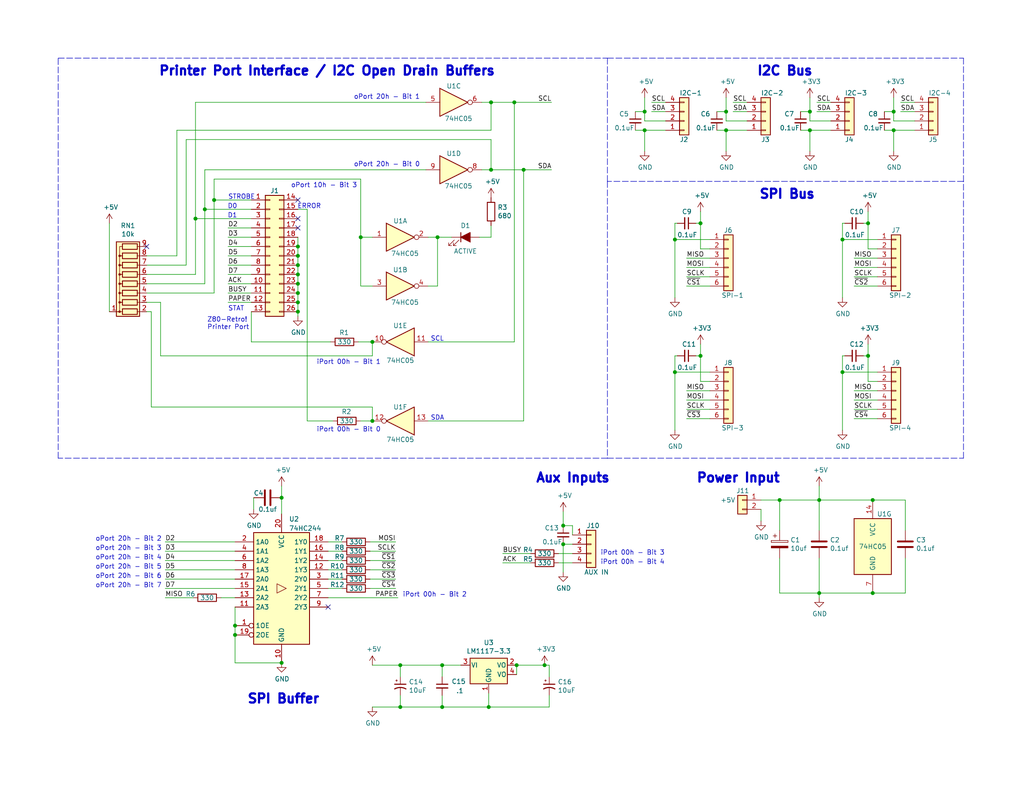
<source format=kicad_sch>
(kicad_sch (version 20211123) (generator eeschema)
  (paper "A")
  (title_block (title "I2C/SPI-Adapter") (date "10-24-2022") (rev "2.1") (company "KRSynthWorx") (comment 1 "Z80-Retro! Parallel Port to I2C/SPI Master Interface"))
  (lib_symbols
    (symbol "2063-Z80-rescue:+3.3V-power" (power) (pin_names (offset 0))
      (property "Value" "+3.3V-power" (at 0 3.556 0))
      (symbol "+3.3V-power_1_1"
        (pin power_in line (at 0 0 90) (length 0) hide (name "+3V3") (number "1"))
      )
    )
    (symbol "2063-Z80-rescue:CP1_Small-Device" (pin_numbers hide) (pin_names (offset 0.254) hide)
      (property "Reference" "C" (at 0.254 1.778 0))
      (property "Value" "CP1_Small-Device" (at 0.254 -2.032 0))
      (symbol "CP1_Small-Device_1_1"
        (pin passive line (at 0 2.54 270) (length 2.032) (name "~") (number "1"))
        (pin passive line (at 0 -2.54 90) (length 2.032) (name "~") (number "2"))
      )
    )
    (symbol "2063-Z80-rescue:LM1117-3.3-jb-symbol" (pin_names (offset 0.254))
      (property "Reference" "U" (at -3.81 3.175 0))
      (property "Value" "LM1117-3.3-jb-symbol" (at 0 3.175 0))
      (symbol "LM1117-3.3-jb-symbol_1_1"
        (pin power_in line (at 0 -7.62 90) (length 2.54) (name "GND") (number "1"))
        (pin power_out line (at 7.62 0 180) (length 2.54) (name "VO") (number "2"))
        (pin power_in line (at -7.62 0 0) (length 2.54) (name "VI") (number "3"))
        (pin input line (at 7.62 -2.54 180) (length 2.4892) (name "VO") (number "4"))
      )
    )
    (symbol "74xx:74HC244"
      (property "Reference" "U" (at -7.62 16.51 0))
      (property "Value" "74HC244" (at -7.62 -16.51 0))
      (symbol "74HC244_1_0"
        (pin input inverted (at -12.7 -10.16 0) (length 5.08) (name "1OE") (number "1"))
        (pin power_in line (at 0 -20.32 90) (length 5.08) (name "GND") (number "10"))
        (pin input line (at -12.7 -5.08 0) (length 5.08) (name "2A3") (number "11"))
        (pin tri_state line (at 12.7 5.08 180) (length 5.08) (name "1Y3") (number "12"))
        (pin input line (at -12.7 -2.54 0) (length 5.08) (name "2A2") (number "13"))
        (pin tri_state line (at 12.7 7.62 180) (length 5.08) (name "1Y2") (number "14"))
        (pin input line (at -12.7 0 0) (length 5.08) (name "2A1") (number "15"))
        (pin tri_state line (at 12.7 10.16 180) (length 5.08) (name "1Y1") (number "16"))
        (pin input line (at -12.7 2.54 0) (length 5.08) (name "2A0") (number "17"))
        (pin tri_state line (at 12.7 12.7 180) (length 5.08) (name "1Y0") (number "18"))
        (pin input inverted (at -12.7 -12.7 0) (length 5.08) (name "2OE") (number "19"))
        (pin input line (at -12.7 12.7 0) (length 5.08) (name "1A0") (number "2"))
        (pin power_in line (at 0 20.32 270) (length 5.08) (name "VCC") (number "20"))
        (pin tri_state line (at 12.7 2.54 180) (length 5.08) (name "2Y0") (number "3"))
        (pin input line (at -12.7 10.16 0) (length 5.08) (name "1A1") (number "4"))
        (pin tri_state line (at 12.7 0 180) (length 5.08) (name "2Y1") (number "5"))
        (pin input line (at -12.7 7.62 0) (length 5.08) (name "1A2") (number "6"))
        (pin tri_state line (at 12.7 -2.54 180) (length 5.08) (name "2Y2") (number "7"))
        (pin input line (at -12.7 5.08 0) (length 5.08) (name "1A3") (number "8"))
        (pin tri_state line (at 12.7 -5.08 180) (length 5.08) (name "2Y3") (number "9"))
      )
    )
    (symbol "74xx:74LS05" (pin_names (offset 1.016))
      (property "Reference" "U" (at 0 1.27 0))
      (property "Value" "74LS05" (at 0 -1.27 0))
      (symbol "74LS05_1_0"
        (pin input line (at -7.62 0 0) (length 3.81) (name "~") (number "1"))
        (pin open_collector inverted (at 7.62 0 180) (length 3.81) (name "~") (number "2"))
      )
      (symbol "74LS05_2_0"
        (pin input line (at -7.62 0 0) (length 3.81) (name "~") (number "3"))
        (pin open_collector inverted (at 7.62 0 180) (length 3.81) (name "~") (number "4"))
      )
      (symbol "74LS05_3_0"
        (pin input line (at -7.62 0 0) (length 3.81) (name "~") (number "5"))
        (pin open_collector inverted (at 7.62 0 180) (length 3.81) (name "~") (number "6"))
      )
      (symbol "74LS05_4_0"
        (pin open_collector inverted (at 7.62 0 180) (length 3.81) (name "~") (number "8"))
        (pin input line (at -7.62 0 0) (length 3.81) (name "~") (number "9"))
      )
      (symbol "74LS05_5_0"
        (pin open_collector inverted (at 7.62 0 180) (length 3.81) (name "~") (number "10"))
        (pin input line (at -7.62 0 0) (length 3.81) (name "~") (number "11"))
      )
      (symbol "74LS05_6_0"
        (pin open_collector inverted (at 7.62 0 180) (length 3.81) (name "~") (number "12"))
        (pin input line (at -7.62 0 0) (length 3.81) (name "~") (number "13"))
      )
      (symbol "74LS05_7_0"
        (pin power_in line (at 0 12.7 270) (length 5.08) (name "VCC") (number "14"))
        (pin power_in line (at 0 -12.7 90) (length 5.08) (name "GND") (number "7"))
      )
    )
    (symbol "Connector_Generic:Conn_01x02" (pin_names (offset 1.016) hide)
      (property "Reference" "J" (at 0 2.54 0))
      (property "Value" "Conn_01x02" (at 0 -5.08 0))
      (symbol "Conn_01x02_1_1"
        (pin passive line (at -5.08 0 0) (length 3.81) (name "Pin_1") (number "1"))
        (pin passive line (at -5.08 -2.54 0) (length 3.81) (name "Pin_2") (number "2"))
      )
    )
    (symbol "Connector_Generic:Conn_01x04" (pin_names (offset 1.016) hide)
      (property "Reference" "J" (at 0 5.08 0))
      (property "Value" "Conn_01x04" (at 0 -7.62 0))
      (symbol "Conn_01x04_1_1"
        (pin passive line (at -5.08 2.54 0) (length 3.81) (name "Pin_1") (number "1"))
        (pin passive line (at -5.08 0 0) (length 3.81) (name "Pin_2") (number "2"))
        (pin passive line (at -5.08 -2.54 0) (length 3.81) (name "Pin_3") (number "3"))
        (pin passive line (at -5.08 -5.08 0) (length 3.81) (name "Pin_4") (number "4"))
      )
    )
    (symbol "Connector_Generic:Conn_01x06" (pin_names (offset 1.016) hide)
      (property "Reference" "J" (at 0 7.62 0))
      (property "Value" "Conn_01x06" (at 0 -10.16 0))
      (symbol "Conn_01x06_1_1"
        (pin passive line (at -5.08 5.08 0) (length 3.81) (name "Pin_1") (number "1"))
        (pin passive line (at -5.08 2.54 0) (length 3.81) (name "Pin_2") (number "2"))
        (pin passive line (at -5.08 0 0) (length 3.81) (name "Pin_3") (number "3"))
        (pin passive line (at -5.08 -2.54 0) (length 3.81) (name "Pin_4") (number "4"))
        (pin passive line (at -5.08 -5.08 0) (length 3.81) (name "Pin_5") (number "5"))
        (pin passive line (at -5.08 -7.62 0) (length 3.81) (name "Pin_6") (number "6"))
      )
    )
    (symbol "Connector_Generic:Conn_02x13_Top_Bottom" (pin_names (offset 1.016) hide)
      (property "Reference" "J" (at 1.27 17.78 0))
      (property "Value" "Conn_02x13_Top_Bottom" (at 1.27 -17.78 0))
      (symbol "Conn_02x13_Top_Bottom_1_1"
        (pin passive line (at -5.08 15.24 0) (length 3.81) (name "Pin_1") (number "1"))
        (pin passive line (at -5.08 -7.62 0) (length 3.81) (name "Pin_10") (number "10"))
        (pin passive line (at -5.08 -10.16 0) (length 3.81) (name "Pin_11") (number "11"))
        (pin passive line (at -5.08 -12.7 0) (length 3.81) (name "Pin_12") (number "12"))
        (pin passive line (at -5.08 -15.24 0) (length 3.81) (name "Pin_13") (number "13"))
        (pin passive line (at 7.62 15.24 180) (length 3.81) (name "Pin_14") (number "14"))
        (pin passive line (at 7.62 12.7 180) (length 3.81) (name "Pin_15") (number "15"))
        (pin passive line (at 7.62 10.16 180) (length 3.81) (name "Pin_16") (number "16"))
        (pin passive line (at 7.62 7.62 180) (length 3.81) (name "Pin_17") (number "17"))
        (pin passive line (at 7.62 5.08 180) (length 3.81) (name "Pin_18") (number "18"))
        (pin passive line (at 7.62 2.54 180) (length 3.81) (name "Pin_19") (number "19"))
        (pin passive line (at -5.08 12.7 0) (length 3.81) (name "Pin_2") (number "2"))
        (pin passive line (at 7.62 0 180) (length 3.81) (name "Pin_20") (number "20"))
        (pin passive line (at 7.62 -2.54 180) (length 3.81) (name "Pin_21") (number "21"))
        (pin passive line (at 7.62 -5.08 180) (length 3.81) (name "Pin_22") (number "22"))
        (pin passive line (at 7.62 -7.62 180) (length 3.81) (name "Pin_23") (number "23"))
        (pin passive line (at 7.62 -10.16 180) (length 3.81) (name "Pin_24") (number "24"))
        (pin passive line (at 7.62 -12.7 180) (length 3.81) (name "Pin_25") (number "25"))
        (pin passive line (at 7.62 -15.24 180) (length 3.81) (name "Pin_26") (number "26"))
        (pin passive line (at -5.08 10.16 0) (length 3.81) (name "Pin_3") (number "3"))
        (pin passive line (at -5.08 7.62 0) (length 3.81) (name "Pin_4") (number "4"))
        (pin passive line (at -5.08 5.08 0) (length 3.81) (name "Pin_5") (number "5"))
        (pin passive line (at -5.08 2.54 0) (length 3.81) (name "Pin_6") (number "6"))
        (pin passive line (at -5.08 0 0) (length 3.81) (name "Pin_7") (number "7"))
        (pin passive line (at -5.08 -2.54 0) (length 3.81) (name "Pin_8") (number "8"))
        (pin passive line (at -5.08 -5.08 0) (length 3.81) (name "Pin_9") (number "9"))
      )
    )
    (symbol "Device:C" (pin_numbers hide) (pin_names (offset 0.254))
      (property "Reference" "C" (at 0.635 2.54 0))
      (property "Value" "C" (at 0.635 -2.54 0))
      (symbol "C_1_1"
        (pin passive line (at 0 3.81 270) (length 2.794) (name "~") (number "1"))
        (pin passive line (at 0 -3.81 90) (length 2.794) (name "~") (number "2"))
      )
    )
    (symbol "Device:C_Polarized" (pin_numbers hide) (pin_names (offset 0.254))
      (property "Reference" "C" (at 0.635 2.54 0))
      (property "Value" "C_Polarized" (at 0.635 -2.54 0))
      (symbol "C_Polarized_1_1"
        (pin passive line (at 0 3.81 270) (length 2.794) (name "~") (number "1"))
        (pin passive line (at 0 -3.81 90) (length 2.794) (name "~") (number "2"))
      )
    )
    (symbol "Device:C_Small" (pin_numbers hide) (pin_names (offset 0.254) hide)
      (property "Reference" "C" (at 0.254 1.778 0))
      (property "Value" "C_Small" (at 0.254 -2.032 0))
      (symbol "C_Small_1_1"
        (pin passive line (at 0 2.54 270) (length 2.032) (name "~") (number "1"))
        (pin passive line (at 0 -2.54 90) (length 2.032) (name "~") (number "2"))
      )
    )
    (symbol "Device:LED_Filled" (pin_numbers hide) (pin_names (offset 1.016) hide)
      (property "Reference" "D" (at 0 2.54 0))
      (property "Value" "LED_Filled" (at 0 -2.54 0))
      (symbol "LED_Filled_1_1"
        (pin passive line (at -3.81 0 0) (length 2.54) (name "K") (number "1"))
        (pin passive line (at 3.81 0 180) (length 2.54) (name "A") (number "2"))
      )
    )
    (symbol "Device:R" (pin_numbers hide) (pin_names (offset 0))
      (property "Reference" "R" (at 2.032 0 90))
      (property "Value" "R" (at 0 0 90))
      (symbol "R_1_1"
        (pin passive line (at 0 3.81 270) (length 1.27) (name "~") (number "1"))
        (pin passive line (at 0 -3.81 90) (length 1.27) (name "~") (number "2"))
      )
    )
    (symbol "Device:R_Network08" (pin_names (offset 0) hide)
      (property "Reference" "RN" (at -12.7 0 90))
      (property "Value" "R_Network08" (at 10.16 0 90))
      (symbol "R_Network08_1_1"
        (pin passive line (at -10.16 5.08 270) (length 2.54) (name "common") (number "1"))
        (pin passive line (at -10.16 -5.08 90) (length 1.27) (name "R1") (number "2"))
        (pin passive line (at -7.62 -5.08 90) (length 1.27) (name "R2") (number "3"))
        (pin passive line (at -5.08 -5.08 90) (length 1.27) (name "R3") (number "4"))
        (pin passive line (at -2.54 -5.08 90) (length 1.27) (name "R4") (number "5"))
        (pin passive line (at 0 -5.08 90) (length 1.27) (name "R5") (number "6"))
        (pin passive line (at 2.54 -5.08 90) (length 1.27) (name "R6") (number "7"))
        (pin passive line (at 5.08 -5.08 90) (length 1.27) (name "R7") (number "8"))
        (pin passive line (at 7.62 -5.08 90) (length 1.27) (name "R8") (number "9"))
      )
    )
    (symbol "power:+5V" (power) (pin_names (offset 0))
      (property "Value" "+5V" (at 0 3.556 0))
      (symbol "+5V_1_1"
        (pin power_in line (at 0 0 90) (length 0) hide (name "+5V") (number "1"))
      )
    )
    (symbol "power:GND" (power) (pin_names (offset 0))
      (property "Value" "GND" (at 0 -3.81 0))
      (symbol "GND_1_1"
        (pin power_in line (at 0 0 270) (length 0) hide (name "GND") (number "1"))
      )
    )
  )
  (junction (at 101.6 93.345))
  (junction (at 81.28 85.09))
  (junction (at 243.84 30.48))
  (junction (at 238.125 136.525))
  (junction (at 142.875 46.355))
  (junction (at 191.135 97.155))
  (junction (at 81.28 67.31))
  (junction (at 55.88 57.15))
  (junction (at 133.35 193.04))
  (junction (at 236.855 60.96))
  (junction (at 223.52 161.925))
  (junction (at 153.67 148.59))
  (junction (at 64.135 170.815))
  (junction (at 140.97 181.61))
  (junction (at 140.335 27.94))
  (junction (at 76.835 180.975))
  (junction (at 133.985 27.94))
  (junction (at 81.28 82.55))
  (junction (at 64.135 173.355))
  (junction (at 81.28 77.47))
  (junction (at 120.65 181.61))
  (junction (at 153.67 143.51))
  (junction (at 109.22 193.04))
  (junction (at 220.98 30.48))
  (junction (at 109.22 181.61))
  (junction (at 101.6 114.935))
  (junction (at 119.38 64.77))
  (junction (at 198.12 35.56))
  (junction (at 133.985 46.355))
  (junction (at 81.28 74.93))
  (junction (at 238.125 161.925))
  (junction (at 229.87 65.405))
  (junction (at 148.59 181.61))
  (junction (at 212.725 136.525))
  (junction (at 175.895 35.56))
  (junction (at 81.28 80.01))
  (junction (at 58.42 54.61))
  (junction (at 184.15 65.405))
  (junction (at 53.34 59.69))
  (junction (at 76.835 135.89))
  (junction (at 191.135 60.96))
  (junction (at 81.28 69.85))
  (junction (at 220.98 35.56))
  (junction (at 198.12 30.48))
  (junction (at 81.28 72.39))
  (junction (at 98.425 64.77))
  (junction (at 243.84 35.56))
  (junction (at 120.65 193.04))
  (junction (at 184.15 101.6))
  (junction (at 175.895 30.48))
  (junction (at 229.87 101.6))
  (junction (at 223.52 136.525))
  (junction (at 236.855 97.155))
  (no_connect (at 81.28 59.69))
  (no_connect (at 40.005 67.31))
  (no_connect (at 81.28 62.23))
  (no_connect (at 81.28 54.61))
  (no_connect (at 89.535 165.735))
  (polyline (pts (xy 15.875 125.095) (xy 15.875 15.875)))
  (wire (pts (xy 81.28 69.85) (xy 81.28 72.39)))
  (wire (pts (xy 62.23 82.55) (xy 68.58 82.55)))
  (wire (pts (xy 238.125 161.925) (xy 247.015 161.925)))
  (wire (pts (xy 149.86 184.785) (xy 149.86 181.61)))
  (wire (pts (xy 133.35 193.04) (xy 149.86 193.04)))
  (wire (pts (xy 133.985 38.1) (xy 50.8 38.1)))
  (wire (pts (xy 140.335 93.345) (xy 116.84 93.345)))
  (wire (pts (xy 101.6 97.155) (xy 43.815 97.155)))
  (wire (pts (xy 43.815 97.155) (xy 43.815 82.55)))
  (wire (pts (xy 236.855 93.98) (xy 236.855 97.155)))
  (wire (pts (xy 101.6 193.04) (xy 109.22 193.04)))
  (wire (pts (xy 229.87 97.155) (xy 229.87 101.6)))
  (wire (pts (xy 181.61 27.94) (xy 177.8 27.94)))
  (wire (pts (xy 149.86 181.61) (xy 148.59 181.61)))
  (wire (pts (xy 198.12 30.48) (xy 198.12 33.02)))
  (wire (pts (xy 233.045 114.3) (xy 239.395 114.3)))
  (wire (pts (xy 230.505 60.96) (xy 229.87 60.96)))
  (wire (pts (xy 98.425 114.935) (xy 101.6 114.935)))
  (wire (pts (xy 223.52 152.4) (xy 223.52 161.925)))
  (wire (pts (xy 81.28 67.31) (xy 81.28 69.85)))
  (wire (pts (xy 235.585 60.96) (xy 236.855 60.96)))
  (wire (pts (xy 243.84 26.67) (xy 243.84 30.48)))
  (wire (pts (xy 100.965 155.575) (xy 107.95 155.575)))
  (wire (pts (xy 81.28 64.77) (xy 81.28 67.31)))
  (wire (pts (xy 119.38 64.77) (xy 123.19 64.77)))
  (wire (pts (xy 153.67 148.59) (xy 156.21 148.59)))
  (wire (pts (xy 156.21 143.51) (xy 156.21 146.05)))
  (wire (pts (xy 203.835 30.48) (xy 200.025 30.48)))
  (wire (pts (xy 43.815 82.55) (xy 40.005 82.55)))
  (wire (pts (xy 55.88 46.355) (xy 116.205 46.355)))
  (wire (pts (xy 181.61 33.02) (xy 175.895 33.02)))
  (wire (pts (xy 53.34 59.69) (xy 53.34 74.93)))
  (wire (pts (xy 153.67 143.51) (xy 156.21 143.51)))
  (wire (pts (xy 76.835 180.975) (xy 64.135 180.975)))
  (wire (pts (xy 233.045 106.68) (xy 239.395 106.68)))
  (wire (pts (xy 68.58 85.09) (xy 68.58 93.345)))
  (wire (pts (xy 187.325 106.68) (xy 193.675 106.68)))
  (wire (pts (xy 62.23 80.01) (xy 68.58 80.01)))
  (wire (pts (xy 55.88 57.15) (xy 68.58 57.15)))
  (wire (pts (xy 45.085 155.575) (xy 64.135 155.575)))
  (wire (pts (xy 184.785 60.96) (xy 184.15 60.96)))
  (polyline (pts (xy 165.735 15.875) (xy 262.89 15.875)))
  (wire (pts (xy 98.425 78.105) (xy 101.6 78.105)))
  (wire (pts (xy 40.005 85.09) (xy 41.275 85.09)))
  (wire (pts (xy 207.645 136.525) (xy 212.725 136.525)))
  (wire (pts (xy 191.135 97.155) (xy 191.135 104.14)))
  (wire (pts (xy 45.085 160.655) (xy 64.135 160.655)))
  (wire (pts (xy 98.425 64.77) (xy 101.6 64.77)))
  (wire (pts (xy 131.445 27.94) (xy 133.985 27.94)))
  (wire (pts (xy 153.67 139.7) (xy 153.67 143.51)))
  (wire (pts (xy 101.6 111.125) (xy 101.6 114.935)))
  (wire (pts (xy 131.445 46.355) (xy 133.985 46.355)))
  (wire (pts (xy 229.87 60.96) (xy 229.87 65.405)))
  (wire (pts (xy 238.125 161.925) (xy 223.52 161.925)))
  (wire (pts (xy 101.6 93.345) (xy 101.6 97.155)))
  (wire (pts (xy 198.12 26.67) (xy 198.12 30.48)))
  (wire (pts (xy 203.835 27.94) (xy 200.025 27.94)))
  (wire (pts (xy 100.965 158.115) (xy 107.95 158.115)))
  (wire (pts (xy 53.34 74.93) (xy 40.005 74.93)))
  (wire (pts (xy 29.845 60.96) (xy 29.845 85.09)))
  (wire (pts (xy 223.52 161.925) (xy 223.52 163.195)))
  (wire (pts (xy 76.835 135.89) (xy 76.835 140.335)))
  (wire (pts (xy 243.84 35.56) (xy 243.84 41.275)))
  (wire (pts (xy 187.325 111.76) (xy 193.675 111.76)))
  (wire (pts (xy 62.23 72.39) (xy 68.58 72.39)))
  (polyline (pts (xy 165.735 125.095) (xy 262.89 125.095)))
  (wire (pts (xy 58.42 54.61) (xy 68.58 54.61)))
  (wire (pts (xy 58.42 80.01) (xy 40.005 80.01)))
  (wire (pts (xy 76.835 132.715) (xy 76.835 135.89)))
  (wire (pts (xy 175.895 35.56) (xy 175.895 41.275)))
  (wire (pts (xy 119.38 64.77) (xy 119.38 78.105)))
  (wire (pts (xy 50.8 38.1) (xy 50.8 72.39)))
  (wire (pts (xy 243.84 35.56) (xy 249.555 35.56)))
  (wire (pts (xy 238.125 136.525) (xy 247.015 136.525)))
  (wire (pts (xy 223.52 144.78) (xy 223.52 136.525)))
  (wire (pts (xy 233.045 73.025) (xy 239.395 73.025)))
  (wire (pts (xy 109.22 189.865) (xy 109.22 193.04)))
  (wire (pts (xy 109.22 181.61) (xy 120.65 181.61)))
  (wire (pts (xy 184.15 101.6) (xy 184.15 117.475)))
  (polyline (pts (xy 262.89 49.53) (xy 165.735 49.53)))
  (wire (pts (xy 133.35 189.23) (xy 133.35 193.04)))
  (wire (pts (xy 133.985 27.94) (xy 133.985 35.56)))
  (wire (pts (xy 149.86 193.04) (xy 149.86 189.865)))
  (wire (pts (xy 247.015 161.925) (xy 247.015 152.4)))
  (wire (pts (xy 142.875 46.355) (xy 142.875 114.935)))
  (wire (pts (xy 45.085 158.115) (xy 64.135 158.115)))
  (wire (pts (xy 189.865 60.96) (xy 191.135 60.96)))
  (wire (pts (xy 89.535 153.035) (xy 93.345 153.035)))
  (polyline (pts (xy 262.89 125.095) (xy 262.89 49.53)))
  (wire (pts (xy 89.535 160.655) (xy 93.345 160.655)))
  (wire (pts (xy 100.965 153.035) (xy 107.95 153.035)))
  (wire (pts (xy 53.34 27.94) (xy 53.34 59.69)))
  (wire (pts (xy 249.555 33.02) (xy 243.84 33.02)))
  (wire (pts (xy 218.44 35.56) (xy 220.98 35.56)))
  (wire (pts (xy 89.535 150.495) (xy 93.345 150.495)))
  (wire (pts (xy 152.4 153.67) (xy 156.21 153.67)))
  (wire (pts (xy 62.23 77.47) (xy 68.58 77.47)))
  (wire (pts (xy 100.965 147.955) (xy 107.95 147.955)))
  (wire (pts (xy 62.23 67.31) (xy 68.58 67.31)))
  (wire (pts (xy 247.015 136.525) (xy 247.015 144.78)))
  (wire (pts (xy 55.88 77.47) (xy 40.005 77.47)))
  (wire (pts (xy 220.98 30.48) (xy 220.98 33.02)))
  (wire (pts (xy 101.6 181.61) (xy 109.22 181.61)))
  (polyline (pts (xy 165.735 125.095) (xy 15.875 125.095)))
  (wire (pts (xy 173.355 30.48) (xy 175.895 30.48)))
  (wire (pts (xy 41.275 111.125) (xy 101.6 111.125)))
  (wire (pts (xy 241.3 30.48) (xy 243.84 30.48)))
  (wire (pts (xy 120.65 181.61) (xy 125.73 181.61)))
  (polyline (pts (xy 15.875 15.875) (xy 165.735 15.875)))
  (wire (pts (xy 58.42 48.895) (xy 98.425 48.895)))
  (wire (pts (xy 233.045 78.105) (xy 239.395 78.105)))
  (wire (pts (xy 191.135 60.96) (xy 191.135 67.945)))
  (wire (pts (xy 83.82 114.935) (xy 90.805 114.935)))
  (wire (pts (xy 184.15 97.155) (xy 184.15 101.6)))
  (wire (pts (xy 62.23 74.93) (xy 68.58 74.93)))
  (wire (pts (xy 69.215 135.89) (xy 69.215 139.065)))
  (wire (pts (xy 55.88 57.15) (xy 55.88 46.355)))
  (wire (pts (xy 58.42 48.895) (xy 58.42 54.61)))
  (wire (pts (xy 81.28 85.09) (xy 81.28 86.36)))
  (wire (pts (xy 83.82 57.15) (xy 83.82 114.935)))
  (wire (pts (xy 189.865 97.155) (xy 191.135 97.155)))
  (wire (pts (xy 64.135 165.735) (xy 64.135 170.815)))
  (wire (pts (xy 153.67 148.59) (xy 153.67 156.21)))
  (wire (pts (xy 98.425 64.77) (xy 98.425 78.105)))
  (wire (pts (xy 233.045 75.565) (xy 239.395 75.565)))
  (wire (pts (xy 238.125 136.525) (xy 223.52 136.525)))
  (wire (pts (xy 212.725 136.525) (xy 212.725 144.78)))
  (wire (pts (xy 207.645 139.065) (xy 207.645 142.24)))
  (wire (pts (xy 191.135 57.785) (xy 191.135 60.96)))
  (wire (pts (xy 187.325 73.025) (xy 193.675 73.025)))
  (wire (pts (xy 175.895 35.56) (xy 181.61 35.56)))
  (wire (pts (xy 191.135 93.98) (xy 191.135 97.155)))
  (wire (pts (xy 53.34 59.69) (xy 68.58 59.69)))
  (wire (pts (xy 133.985 61.595) (xy 133.985 64.77)))
  (wire (pts (xy 64.135 173.355) (xy 64.135 180.975)))
  (wire (pts (xy 98.425 48.895) (xy 98.425 64.77)))
  (wire (pts (xy 187.325 70.485) (xy 193.675 70.485)))
  (wire (pts (xy 45.085 150.495) (xy 64.135 150.495)))
  (wire (pts (xy 181.61 30.48) (xy 177.8 30.48)))
  (wire (pts (xy 195.58 35.56) (xy 198.12 35.56)))
  (wire (pts (xy 133.985 27.94) (xy 140.335 27.94)))
  (wire (pts (xy 212.725 161.925) (xy 223.52 161.925)))
  (wire (pts (xy 140.97 184.15) (xy 140.97 181.61)))
  (wire (pts (xy 48.26 69.85) (xy 40.005 69.85)))
  (wire (pts (xy 193.675 104.14) (xy 191.135 104.14)))
  (wire (pts (xy 233.045 111.76) (xy 239.395 111.76)))
  (wire (pts (xy 195.58 30.48) (xy 198.12 30.48)))
  (wire (pts (xy 249.555 30.48) (xy 245.745 30.48)))
  (wire (pts (xy 243.84 33.02) (xy 243.84 30.48)))
  (wire (pts (xy 226.695 33.02) (xy 220.98 33.02)))
  (wire (pts (xy 236.855 57.785) (xy 236.855 60.96)))
  (wire (pts (xy 133.985 35.56) (xy 48.26 35.56)))
  (wire (pts (xy 187.325 78.105) (xy 193.675 78.105)))
  (wire (pts (xy 100.965 150.495) (xy 107.95 150.495)))
  (wire (pts (xy 173.355 35.56) (xy 175.895 35.56)))
  (wire (pts (xy 89.535 147.955) (xy 93.345 147.955)))
  (wire (pts (xy 233.045 70.485) (xy 239.395 70.485)))
  (wire (pts (xy 48.26 35.56) (xy 48.26 69.85)))
  (wire (pts (xy 236.855 60.96) (xy 236.855 67.945)))
  (wire (pts (xy 62.23 62.23) (xy 68.58 62.23)))
  (wire (pts (xy 198.12 35.56) (xy 203.835 35.56)))
  (wire (pts (xy 58.42 54.61) (xy 58.42 80.01)))
  (wire (pts (xy 62.23 64.77) (xy 68.58 64.77)))
  (polyline (pts (xy 165.735 49.53) (xy 165.735 125.095)))
  (wire (pts (xy 45.085 163.195) (xy 52.705 163.195)))
  (wire (pts (xy 241.3 35.56) (xy 243.84 35.56)))
  (wire (pts (xy 119.38 78.105) (xy 116.84 78.105)))
  (wire (pts (xy 152.4 151.13) (xy 156.21 151.13)))
  (wire (pts (xy 220.98 35.56) (xy 226.695 35.56)))
  (wire (pts (xy 187.325 75.565) (xy 193.675 75.565)))
  (wire (pts (xy 233.045 109.22) (xy 239.395 109.22)))
  (wire (pts (xy 81.28 72.39) (xy 81.28 74.93)))
  (wire (pts (xy 184.785 97.155) (xy 184.15 97.155)))
  (wire (pts (xy 239.395 67.945) (xy 236.855 67.945)))
  (wire (pts (xy 184.15 65.405) (xy 193.675 65.405)))
  (wire (pts (xy 55.88 57.15) (xy 55.88 77.47)))
  (wire (pts (xy 220.98 26.67) (xy 220.98 30.48)))
  (wire (pts (xy 116.84 64.77) (xy 119.38 64.77)))
  (wire (pts (xy 45.085 153.035) (xy 64.135 153.035)))
  (wire (pts (xy 53.34 27.94) (xy 116.205 27.94)))
  (wire (pts (xy 140.97 181.61) (xy 148.59 181.61)))
  (wire (pts (xy 109.22 193.04) (xy 120.65 193.04)))
  (wire (pts (xy 142.875 114.935) (xy 116.84 114.935)))
  (wire (pts (xy 140.335 27.94) (xy 140.335 93.345)))
  (wire (pts (xy 81.28 57.15) (xy 83.82 57.15)))
  (wire (pts (xy 133.985 46.355) (xy 142.875 46.355)))
  (wire (pts (xy 235.585 97.155) (xy 236.855 97.155)))
  (wire (pts (xy 230.505 97.155) (xy 229.87 97.155)))
  (wire (pts (xy 212.725 152.4) (xy 212.725 161.925)))
  (polyline (pts (xy 262.89 15.875) (xy 262.89 49.53)))
  (wire (pts (xy 64.135 170.815) (xy 64.135 173.355)))
  (wire (pts (xy 68.58 93.345) (xy 90.17 93.345)))
  (wire (pts (xy 133.985 38.1) (xy 133.985 46.355)))
  (wire (pts (xy 226.695 30.48) (xy 222.885 30.48)))
  (wire (pts (xy 142.875 46.355) (xy 150.495 46.355)))
  (wire (pts (xy 97.79 93.345) (xy 101.6 93.345)))
  (wire (pts (xy 62.23 69.85) (xy 68.58 69.85)))
  (wire (pts (xy 229.87 101.6) (xy 229.87 117.475)))
  (wire (pts (xy 226.695 27.94) (xy 222.885 27.94)))
  (wire (pts (xy 89.535 158.115) (xy 93.345 158.115)))
  (wire (pts (xy 175.895 30.48) (xy 175.895 33.02)))
  (wire (pts (xy 60.325 163.195) (xy 64.135 163.195)))
  (wire (pts (xy 184.15 60.96) (xy 184.15 65.405)))
  (wire (pts (xy 140.335 27.94) (xy 150.495 27.94)))
  (wire (pts (xy 175.895 26.67) (xy 175.895 30.48)))
  (wire (pts (xy 109.22 184.785) (xy 109.22 181.61)))
  (wire (pts (xy 184.15 101.6) (xy 193.675 101.6)))
  (wire (pts (xy 187.325 109.22) (xy 193.675 109.22)))
  (wire (pts (xy 50.8 72.39) (xy 40.005 72.39)))
  (wire (pts (xy 41.275 85.09) (xy 41.275 111.125)))
  (wire (pts (xy 229.87 65.405) (xy 229.87 81.28)))
  (wire (pts (xy 81.28 77.47) (xy 81.28 80.01)))
  (wire (pts (xy 229.87 65.405) (xy 239.395 65.405)))
  (wire (pts (xy 198.12 35.56) (xy 198.12 41.275)))
  (wire (pts (xy 89.535 155.575) (xy 93.345 155.575)))
  (wire (pts (xy 239.395 104.14) (xy 236.855 104.14)))
  (polyline (pts (xy 165.735 15.875) (xy 165.735 49.53)))
  (wire (pts (xy 137.16 153.67) (xy 144.78 153.67)))
  (wire (pts (xy 187.325 114.3) (xy 193.675 114.3)))
  (wire (pts (xy 120.65 193.04) (xy 133.35 193.04)))
  (wire (pts (xy 229.87 101.6) (xy 239.395 101.6)))
  (wire (pts (xy 236.855 97.155) (xy 236.855 104.14)))
  (wire (pts (xy 130.81 64.77) (xy 133.985 64.77)))
  (wire (pts (xy 212.725 136.525) (xy 223.52 136.525)))
  (wire (pts (xy 81.28 82.55) (xy 81.28 85.09)))
  (wire (pts (xy 45.085 147.955) (xy 64.135 147.955)))
  (wire (pts (xy 218.44 30.48) (xy 220.98 30.48)))
  (wire (pts (xy 137.16 151.13) (xy 144.78 151.13)))
  (wire (pts (xy 89.535 163.195) (xy 108.585 163.195)))
  (wire (pts (xy 220.98 35.56) (xy 220.98 41.275)))
  (wire (pts (xy 203.835 33.02) (xy 198.12 33.02)))
  (wire (pts (xy 120.65 184.785) (xy 120.65 181.61)))
  (wire (pts (xy 100.965 160.655) (xy 107.95 160.655)))
  (wire (pts (xy 81.28 74.93) (xy 81.28 77.47)))
  (wire (pts (xy 120.65 189.865) (xy 120.65 193.04)))
  (wire (pts (xy 81.28 80.01) (xy 81.28 82.55)))
  (wire (pts (xy 223.52 132.715) (xy 223.52 136.525)))
  (wire (pts (xy 193.675 67.945) (xy 191.135 67.945)))
  (wire (pts (xy 249.555 27.94) (xy 245.745 27.94)))
  (wire (pts (xy 184.15 65.405) (xy 184.15 81.28)))
  (text "iPort 00h - Bit 0" (at 86.36 118.11 0) (effects (font (size 1.27 1.27)) (justify left bottom)))
  (text "oPort 20h - Bit 3" (at 26.035 150.495 0) (effects (font (size 1.27 1.27)) (justify left bottom)))
  (text "oPort 20h - Bit 5" (at 26.035 155.575 0) (effects (font (size 1.27 1.27)) (justify left bottom)))
  (text "oPort 20h - Bit 1" (at 96.52 27.305 0) (effects (font (size 1.27 1.27)) (justify left bottom)))
  (text "oPort 20h - Bit 0" (at 96.52 45.72 0) (effects (font (size 1.27 1.27)) (justify left bottom)))
  (text "oPort 10h - Bit 3" (at 79.375 51.435 0) (effects (font (size 1.27 1.27)) (justify left bottom)))
  (text "Printer Port Interface / I2C Open Drain Buffers" (at 43.18 20.955 0) (effects (font (size 2.5 2.5) (thickness 0.6) bold) (justify left bottom)))
  (text "D0" (at 64.77 57.15 180) (effects (font (size 1.27 1.27)) (justify right bottom)))
  (text "Z80-Retro!\nPrinter Port" (at 56.515 90.17 0) (effects (font (size 1.27 1.27)) (justify left bottom)))
  (text "oPort 20h - Bit 2" (at 26.035 147.955 0) (effects (font (size 1.27 1.27)) (justify left bottom)))
  (text "ERROR" (at 87.63 57.15 180) (effects (font (size 1.27 1.27)) (justify right bottom)))
  (text "oPort 20h - Bit 7" (at 26.035 160.655 0) (effects (font (size 1.27 1.27)) (justify left bottom)))
  (text "oPort 20h - Bit 6" (at 26.035 158.115 0) (effects (font (size 1.27 1.27)) (justify left bottom)))
  (text "STAT" (at 62.23 85.09 0) (effects (font (size 1.27 1.27)) (justify left bottom)))
  (text "I2C Bus" (at 206.375 20.955 0) (effects (font (size 2.5 2.5) (thickness 0.6) bold) (justify left bottom)))
  (text "oPort 20h - Bit 4" (at 26.035 153.035 0) (effects (font (size 1.27 1.27)) (justify left bottom)))
  (text "SCL" (at 117.475 93.345 0) (effects (font (size 1.27 1.27)) (justify left bottom)))
  (text "Power Input" (at 189.865 132.08 0) (effects (font (size 2.5 2.5) (thickness 0.6) bold) (justify left bottom)))
  (text "Aux Inputs" (at 146.05 132.08 0) (effects (font (size 2.5 2.5) (thickness 0.6) bold) (justify left bottom)))
  (text "iPort 00h - Bit 4" (at 163.83 154.305 0) (effects (font (size 1.27 1.27)) (justify left bottom)))
  (text "D1" (at 64.77 59.69 180) (effects (font (size 1.27 1.27)) (justify right bottom)))
  (text "iPort 00h - Bit 3" (at 163.83 151.765 0) (effects (font (size 1.27 1.27)) (justify left bottom)))
  (text "iPort 00h - Bit 2" (at 109.855 163.195 0) (effects (font (size 1.27 1.27)) (justify left bottom)))
  (text "SDA" (at 117.475 114.935 0) (effects (font (size 1.27 1.27)) (justify left bottom)))
  (text "SPI Bus" (at 207.01 54.61 0) (effects (font (size 2.5 2.5) (thickness 0.6) bold) (justify left bottom)))
  (text "STROBE" (at 62.23 54.61 0) (effects (font (size 1.27 1.27)) (justify left bottom)))
  (text "SPI Buffer" (at 67.31 192.405 0) (effects (font (size 2.5 2.5) (thickness 0.6) bold) (justify left bottom)))
  (text "iPort 00h - Bit 1" (at 86.36 99.695 0) (effects (font (size 1.27 1.27)) (justify left bottom)))
  (label "MOSI" (at 187.325 109.22 0))
  (label "MOSI" (at 233.045 73.025 0))
  (label "~{CS4}" (at 233.045 114.3 0))
  (label "SCLK" (at 187.325 111.76 0))
  (label "~{CS4}" (at 107.95 160.655 180))
  (label "D6" (at 45.085 158.115 0))
  (label "MISO" (at 187.325 70.485 0))
  (label "SCL" (at 200.025 27.94 0))
  (label "BUSY" (at 62.23 80.01 0))
  (label "MISO" (at 45.085 163.195 0))
  (label "SCL" (at 177.8 27.94 0))
  (label "~{CS3}" (at 107.95 158.115 180))
  (label "SDA" (at 222.885 30.48 0))
  (label "D4" (at 62.23 67.31 0))
  (label "D6" (at 62.23 72.39 0))
  (label "PAPER" (at 108.585 163.195 180))
  (label "D3" (at 62.23 64.77 0))
  (label "SCLK" (at 233.045 75.565 0))
  (label "ACK" (at 137.16 153.67 0))
  (label "D2" (at 45.085 147.955 0))
  (label "MISO" (at 187.325 106.68 0))
  (label "SCLK" (at 187.325 75.565 0))
  (label "SCLK" (at 233.045 111.76 0))
  (label "D2" (at 62.23 62.23 0))
  (label "PAPER" (at 62.23 82.55 0))
  (label "~{CS2}" (at 233.045 78.105 0))
  (label "~{CS3}" (at 187.325 114.3 0))
  (label "D3" (at 45.085 150.495 0))
  (label "MISO" (at 233.045 106.68 0))
  (label "SCL" (at 245.745 27.94 0))
  (label "MOSI" (at 187.325 73.025 0))
  (label "~{CS1}" (at 107.95 153.035 180))
  (label "D4" (at 45.085 153.035 0))
  (label "D5" (at 62.23 69.85 0))
  (label "SDA" (at 200.025 30.48 0))
  (label "SDA" (at 150.495 46.355 180))
  (label "~{CS2}" (at 107.95 155.575 180))
  (label "D7" (at 45.085 160.655 0))
  (label "SCL" (at 150.495 27.94 180))
  (label "SDA" (at 177.8 30.48 0))
  (label "MOSI" (at 233.045 109.22 0))
  (label "MISO" (at 233.045 70.485 0))
  (label "SCLK" (at 107.95 150.495 180))
  (label "BUSY" (at 137.16 151.13 0))
  (label "SDA" (at 245.745 30.48 0))
  (label "D7" (at 62.23 74.93 0))
  (label "~{CS1}" (at 187.325 78.105 0))
  (label "SCL" (at 222.885 27.94 0))
  (label "ACK" (at 62.23 77.47 0))
  (label "D5" (at 45.085 155.575 0))
  (label "MOSI" (at 107.95 147.955 180))
  (symbol (lib_id "74xx:74LS05") (at 109.22 78.105 0) (unit 2)
    (property "Reference" "U1" (at 109.22 73.66 0))
    (property "Value" "74HC05" (at 110.49 82.55 0))
    (property "Footprint" "Package_DIP:DIP-14_W7.62mm_Socket" (effects hide))
    (property "Datasheet" "http://www.ti.com/lit/gpn/sn74LS05" (effects hide))
  )
  (symbol (lib_id "74xx:74LS05") (at 123.825 27.94 0) (unit 3)
    (property "Reference" "U1" (at 123.825 23.495 0))
    (property "Value" "74HC05" (at 125.095 32.385 0))
    (property "Footprint" "Package_DIP:DIP-14_W7.62mm_Socket" (effects hide))
    (property "Datasheet" "http://www.ti.com/lit/gpn/sn74LS05" (effects hide))
  )
  (symbol (lib_id "74xx:74LS05") (at 123.825 46.355 0) (unit 4)
    (property "Reference" "U1" (at 123.825 41.91 0))
    (property "Value" "74HC05" (at 125.095 50.8 0))
    (property "Footprint" "Package_DIP:DIP-14_W7.62mm_Socket" (effects hide))
    (property "Datasheet" "http://www.ti.com/lit/gpn/sn74LS05" (effects hide))
  )
  (symbol (lib_id "Device:C") (at 247.015 148.59 0) (unit 1)
    (property "Reference" "C3" (at 249.936 147.4216 0) (effects (justify left)))
    (property "Value" "0.1uf" (at 249.936 149.733 0) (effects (justify left)))
    (property "Footprint" "Capacitor_SMD:C_0805_2012Metric_Pad1.18x1.45mm_HandSolder" (effects hide))
  )
  (symbol (lib_id "74xx:74LS05") (at 109.22 64.77 0) (unit 1)
    (property "Reference" "U1" (at 109.22 60.325 0))
    (property "Value" "74HC05" (at 110.49 69.215 0))
    (property "Footprint" "Package_DIP:DIP-14_W7.62mm_Socket" (effects hide))
    (property "Datasheet" "http://www.ti.com/lit/gpn/sn74LS05" (effects hide))
  )
  (symbol (lib_id "Connector_Generic:Conn_02x13_Top_Bottom") (at 73.66 69.85 0) (unit 1)
    (property "Reference" "J1" (at 74.93 52.07 0))
    (property "Value" "Conn_02x13_Top_Bottom" (effects hide))
    (property "Footprint" "Connector_PinSocket_2.54mm:PinSocket_2x13_P2.54mm_Vertical" (effects hide))
  )
  (symbol (lib_id "Connector_Generic:Conn_01x04") (at 208.915 33.02 0) (mirror x) (unit 1)
    (property "Reference" "J3" (at 207.645 38.1 0) (effects (justify left)))
    (property "Value" "I2C-2" (at 207.645 25.4 0) (effects (justify left)))
    (property "Footprint" "Connector_PinSocket_2.54mm:PinSocket_1x04_P2.54mm_Vertical" (effects hide))
  )
  (symbol (lib_id "Connector_Generic:Conn_01x04") (at 231.775 33.02 0) (mirror x) (unit 1)
    (property "Reference" "J4" (at 230.505 38.1 0) (effects (justify left)))
    (property "Value" "I2C-3" (at 230.505 25.4 0) (effects (justify left)))
    (property "Footprint" "Connector_PinSocket_2.54mm:PinSocket_1x04_P2.54mm_Vertical" (effects hide))
  )
  (symbol (lib_id "power:GND") (at 81.28 86.36 0) (unit 1)
    (property "Reference" "#PWR0101" (effects hide))
    (property "Value" "GND" (at 81.407 90.7542 0))
  )
  (symbol (lib_id "Device:LED_Filled") (at 127 64.77 0) (unit 1)
    (property "Reference" "D1" (at 127 61.595 0))
    (property "Value" "ACTIVE" (at 127 68.58 0))
    (property "Footprint" "LED_SMD:LED_0805_2012Metric_Pad1.15x1.40mm_HandSolder" (effects hide))
  )
  (symbol (lib_id "power:+5V") (at 133.985 53.975 0) (unit 1)
    (property "Reference" "#PWR0108" (effects hide))
    (property "Value" "+5V" (at 134.366 49.5808 0))
  )
  (symbol (lib_id "power:+5V") (at 175.895 26.67 0) (unit 1)
    (property "Reference" "#PWR0102" (effects hide))
    (property "Value" "+5V" (at 176.276 22.2758 0))
  )
  (symbol (lib_id "power:+5V") (at 198.12 26.67 0) (unit 1)
    (property "Reference" "#PWR0103" (effects hide))
    (property "Value" "+5V" (at 198.501 22.2758 0))
  )
  (symbol (lib_id "power:GND") (at 175.895 41.275 0) (unit 1)
    (property "Reference" "#PWR0105" (effects hide))
    (property "Value" "GND" (at 176.022 45.6692 0))
  )
  (symbol (lib_id "power:GND") (at 198.12 41.275 0) (unit 1)
    (property "Reference" "#PWR0106" (effects hide))
    (property "Value" "GND" (at 198.247 45.6692 0))
  )
  (symbol (lib_id "power:GND") (at 220.98 41.275 0) (unit 1)
    (property "Reference" "#PWR0107" (effects hide))
    (property "Value" "GND" (at 221.107 45.6692 0))
  )
  (symbol (lib_id "Device:R") (at 133.985 57.785 0) (unit 1)
    (property "Reference" "R3" (at 135.763 56.6166 0) (effects (justify left)))
    (property "Value" "680" (at 135.763 58.928 0) (effects (justify left)))
    (property "Footprint" "Resistor_SMD:R_0805_2012Metric_Pad1.20x1.40mm_HandSolder" (effects hide))
  )
  (symbol (lib_id "Connector_Generic:Conn_01x04") (at 186.69 33.02 0) (mirror x) (unit 1)
    (property "Reference" "J2" (at 185.42 38.1 0) (effects (justify left)))
    (property "Value" "I2C-1" (at 185.42 25.4 0) (effects (justify left)))
    (property "Footprint" "Connector_PinSocket_2.54mm:PinSocket_1x04_P2.54mm_Vertical" (effects hide))
  )
  (symbol (lib_id "Device:C_Polarized") (at 212.725 148.59 0) (unit 1)
    (property "Reference" "C1" (at 215.646 147.4216 0) (effects (justify left)))
    (property "Value" "10uf" (at 215.646 149.733 0) (effects (justify left)))
    (property "Footprint" "Capacitor_Tantalum_SMD:CP_EIA-3216-10_Kemet-I_Pad1.58x1.35mm_HandSolder" (effects hide))
  )
  (symbol (lib_id "Device:R") (at 93.98 93.345 90) (unit 1)
    (property "Reference" "R1" (at 95.25 90.805 90) (effects (justify left)))
    (property "Value" "330" (at 95.885 93.345 90) (effects (justify left)))
    (property "Footprint" "Resistor_SMD:R_0805_2012Metric_Pad1.20x1.40mm_HandSolder" (effects hide))
  )
  (symbol (lib_id "Device:R") (at 94.615 114.935 90) (unit 1)
    (property "Reference" "R2" (at 95.885 112.395 90) (effects (justify left)))
    (property "Value" "330" (at 96.52 114.935 90) (effects (justify left)))
    (property "Footprint" "Resistor_SMD:R_0805_2012Metric_Pad1.20x1.40mm_HandSolder" (effects hide))
  )
  (symbol (lib_id "power:+5V") (at 223.52 132.715 0) (unit 1)
    (property "Reference" "#PWR0116" (effects hide))
    (property "Value" "+5V" (at 223.901 128.3208 0))
  )
  (symbol (lib_id "power:GND") (at 223.52 163.195 0) (unit 1)
    (property "Reference" "#PWR0117" (effects hide))
    (property "Value" "GND" (at 223.647 167.5892 0))
  )
  (symbol (lib_id "Device:C") (at 223.52 148.59 0) (unit 1)
    (property "Reference" "C2" (at 226.441 147.4216 0) (effects (justify left)))
    (property "Value" "0.1uf" (at 226.441 149.733 0) (effects (justify left)))
    (property "Footprint" "Capacitor_SMD:C_0805_2012Metric_Pad1.18x1.45mm_HandSolder" (effects hide))
  )
  (symbol (lib_id "power:+5V") (at 29.845 60.96 0) (unit 1)
    (property "Reference" "#PWR0109" (effects hide))
    (property "Value" "+5V" (at 30.226 56.5658 0))
  )
  (symbol (lib_id "Device:R_Network08") (at 34.925 74.93 90) (unit 1)
    (property "Reference" "RN1" (at 34.925 61.595 90))
    (property "Value" "10k" (at 34.925 63.9064 90))
    (property "Footprint" "Resistor_THT:R_Array_SIP9" (effects hide))
    (property "Datasheet" "http://www.vishay.com/docs/31509/csc.pdf" (effects hide))
  )
  (symbol (lib_id "74xx:74LS05") (at 109.22 93.345 180) (unit 5)
    (property "Reference" "U1" (at 109.22 88.9 0))
    (property "Value" "74HC05" (at 109.22 98.425 0))
    (property "Footprint" "Package_DIP:DIP-14_W7.62mm_Socket" (effects hide))
    (property "Datasheet" "http://www.ti.com/lit/gpn/sn74LS05" (effects hide))
  )
  (symbol (lib_id "74xx:74LS05") (at 109.22 114.935 180) (unit 6)
    (property "Reference" "U1" (at 109.22 111.125 0))
    (property "Value" "74HC05" (at 109.22 120.015 0))
    (property "Footprint" "Package_DIP:DIP-14_W7.62mm_Socket" (effects hide))
    (property "Datasheet" "http://www.ti.com/lit/gpn/sn74LS05" (effects hide))
  )
  (symbol (lib_id "74xx:74LS05") (at 238.125 149.225 0) (unit 7)
    (property "Reference" "U1" (at 241.3 140.335 0))
    (property "Value" "74HC05" (at 238.125 149.225 0))
    (property "Footprint" "Package_DIP:DIP-14_W7.62mm_Socket" (effects hide))
    (property "Datasheet" "http://www.ti.com/lit/gpn/sn74LS05" (effects hide))
  )
  (symbol (lib_id "Connector_Generic:Conn_01x06") (at 198.755 70.485 0) (unit 1)
    (property "Reference" "J6" (at 197.485 62.865 0) (effects (justify left)))
    (property "Value" "SPI-1" (at 196.85 80.645 0) (effects (justify left)))
    (property "Footprint" "Connector_PinSocket_2.54mm:PinSocket_1x06_P2.54mm_Vertical" (effects hide))
  )
  (symbol (lib_id "2063-Z80-rescue:+3.3V-power") (at 148.59 181.61 0) (unit 1)
    (property "Reference" "#PWR018" (effects hide))
    (property "Value" "+3.3V" (at 148.971 177.2158 0))
  )
  (symbol (lib_id "74xx:74HC244") (at 76.835 160.655 0) (unit 1)
    (property "Reference" "U2" (at 78.8544 141.7152 0) (effects (justify left)))
    (property "Value" "74HC244" (at 78.8544 144.2521 0) (effects (justify left)))
    (property "Footprint" "Package_DIP:DIP-20_W7.62mm_Socket" (effects hide))
    (property "Datasheet" "https://assets.nexperia.com/documents/data-sheet/74HC_HCT244.pdf" (effects hide))
  )
  (symbol (lib_id "power:GND") (at 153.67 156.21 0) (unit 1)
    (property "Reference" "#PWR015" (effects hide))
    (property "Value" "GND" (at 153.797 160.6042 0))
  )
  (symbol (lib_id "power:+5V") (at 236.855 57.785 0) (unit 1)
    (property "Reference" "#PWR07" (effects hide))
    (property "Value" "+5V" (at 237.236 53.3908 0))
  )
  (symbol (lib_id "Connector_Generic:Conn_01x06") (at 244.475 70.485 0) (unit 1)
    (property "Reference" "J7" (at 243.205 62.865 0) (effects (justify left)))
    (property "Value" "SPI-2" (at 242.57 80.645 0) (effects (justify left)))
    (property "Footprint" "Connector_PinSocket_2.54mm:PinSocket_1x06_P2.54mm_Vertical" (effects hide))
  )
  (symbol (lib_id "Device:C_Small") (at 173.355 33.02 0) (unit 1)
    (property "Reference" "C5" (at 168.91 31.115 0) (effects (justify left)))
    (property "Value" "0.1uF" (at 167.64 34.925 0) (effects (justify left)))
    (property "Footprint" "Capacitor_SMD:C_0805_2012Metric_Pad1.18x1.45mm_HandSolder" (effects hide))
  )
  (symbol (lib_id "power:GND") (at 243.84 41.275 0) (unit 1)
    (property "Reference" "#PWR012" (effects hide))
    (property "Value" "GND" (at 243.967 45.6692 0))
  )
  (symbol (lib_id "power:GND") (at 184.15 117.475 0) (unit 1)
    (property "Reference" "#PWR01" (effects hide))
    (property "Value" "GND" (at 184.277 121.8692 0))
  )
  (symbol (lib_id "power:GND") (at 229.87 81.28 0) (unit 1)
    (property "Reference" "#PWR05" (effects hide))
    (property "Value" "GND" (at 229.997 85.6742 0))
  )
  (symbol (lib_id "power:GND") (at 101.6 193.04 0) (unit 1)
    (property "Reference" "#PWR017" (effects hide))
    (property "Value" "GND" (at 101.727 197.4342 0))
  )
  (symbol (lib_id "power:+5V") (at 191.135 57.785 0) (unit 1)
    (property "Reference" "#PWR03" (effects hide))
    (property "Value" "+5V" (at 191.516 53.3908 0))
  )
  (symbol (lib_id "Connector_Generic:Conn_01x04") (at 254.635 33.02 0) (mirror x) (unit 1)
    (property "Reference" "J5" (at 253.365 38.1 0) (effects (justify left)))
    (property "Value" "I2C-4" (at 253.365 25.4 0) (effects (justify left)))
    (property "Footprint" "Connector_PinSocket_2.54mm:PinSocket_1x04_P2.54mm_Vertical" (effects hide))
  )
  (symbol (lib_id "Device:C_Small") (at 187.325 97.155 270) (unit 1)
    (property "Reference" "C11" (at 186.055 93.98 90) (effects (justify left)))
    (property "Value" "0.1uF" (at 184.785 100.33 90) (effects (justify left)))
    (property "Footprint" "Capacitor_SMD:C_0805_2012Metric_Pad1.18x1.45mm_HandSolder" (effects hide))
  )
  (symbol (lib_id "Device:R") (at 97.155 147.955 90) (unit 1)
    (property "Reference" "R7" (at 93.98 146.939 90) (effects (justify left)))
    (property "Value" "330" (at 99.06 147.955 90) (effects (justify left)))
    (property "Footprint" "Resistor_SMD:R_0805_2012Metric_Pad1.20x1.40mm_HandSolder" (effects hide))
  )
  (symbol (lib_id "power:GND") (at 184.15 81.28 0) (unit 1)
    (property "Reference" "#PWR04" (effects hide))
    (property "Value" "GND" (at 184.277 85.6742 0))
  )
  (symbol (lib_id "power:GND") (at 69.215 139.065 0) (unit 1)
    (property "Reference" "#PWR09" (effects hide))
    (property "Value" "GND" (at 69.342 143.4592 0))
  )
  (symbol (lib_id "2063-Z80-rescue:+3.3V-power") (at 243.84 26.67 0) (unit 1)
    (property "Reference" "#PWR019" (effects hide))
    (property "Value" "+3.3V" (at 244.221 22.2758 0))
  )
  (symbol (lib_id "Device:R") (at 97.155 155.575 90) (unit 1)
    (property "Reference" "R10" (at 93.98 154.559 90) (effects (justify left)))
    (property "Value" "330" (at 99.06 155.575 90) (effects (justify left)))
    (property "Footprint" "Resistor_SMD:R_0805_2012Metric_Pad1.20x1.40mm_HandSolder" (effects hide))
  )
  (symbol (lib_id "2063-Z80-rescue:+3.3V-power") (at 191.135 93.98 0) (unit 1)
    (property "Reference" "#PWR0104" (effects hide))
    (property "Value" "+3.3V" (at 191.516 89.5858 0))
  )
  (symbol (lib_id "Connector_Generic:Conn_01x06") (at 198.755 106.68 0) (unit 1)
    (property "Reference" "J8" (at 197.485 99.06 0) (effects (justify left)))
    (property "Value" "SPI-3" (at 196.85 116.84 0) (effects (justify left)))
    (property "Footprint" "Connector_PinSocket_2.54mm:PinSocket_1x06_P2.54mm_Vertical" (effects hide))
  )
  (symbol (lib_id "2063-Z80-rescue:CP1_Small-Device") (at 109.22 187.325 0) (unit 1)
    (property "Reference" "C14" (at 111.5314 186.1566 0) (effects (justify left)))
    (property "Value" "10uF" (at 111.5314 188.468 0) (effects (justify left)))
    (property "Footprint" "Capacitor_SMD:C_0805_2012Metric_Pad1.18x1.45mm_HandSolder" (effects hide))
    (property "Datasheet" "https://industrial.panasonic.com/cdbs/www-data/pdf/RDF0000/ABA0000C1059.pdf" (effects hide))
    (property "Description" "CAP ALUM 10UF 20% 25V RADIAL" (effects hide))
    (property "Digi-Key_PN" "P975-ND" (effects hide))
    (property "MPN" "ECE-A1EKS100" (effects hide))
    (property "Manufacturer" "Panasonic Electronic Components" (effects hide))
  )
  (symbol (lib_id "Device:R") (at 97.155 153.035 90) (unit 1)
    (property "Reference" "R9" (at 93.98 152.019 90) (effects (justify left)))
    (property "Value" "330" (at 99.06 153.035 90) (effects (justify left)))
    (property "Footprint" "Resistor_SMD:R_0805_2012Metric_Pad1.20x1.40mm_HandSolder" (effects hide))
  )
  (symbol (lib_id "power:GND") (at 207.645 142.24 0) (unit 1)
    (property "Reference" "#PWR0110" (effects hide))
    (property "Value" "GND" (at 207.772 146.6342 0))
  )
  (symbol (lib_id "power:+5V") (at 76.835 132.715 0) (unit 1)
    (property "Reference" "#PWR010" (effects hide))
    (property "Value" "+5V" (at 77.216 128.3208 0))
  )
  (symbol (lib_id "Device:C_Small") (at 187.325 60.96 270) (unit 1)
    (property "Reference" "C9" (at 186.055 57.785 90) (effects (justify left)))
    (property "Value" "0.1uF" (at 184.785 64.135 90) (effects (justify left)))
    (property "Footprint" "Capacitor_SMD:C_0805_2012Metric_Pad1.18x1.45mm_HandSolder" (effects hide))
  )
  (symbol (lib_id "2063-Z80-rescue:+3.3V-power") (at 236.855 93.98 0) (unit 1)
    (property "Reference" "#PWR0111" (effects hide))
    (property "Value" "+3.3V" (at 237.236 89.5858 0))
  )
  (symbol (lib_id "Device:C_Small") (at 218.44 33.02 0) (unit 1)
    (property "Reference" "C7" (at 213.995 31.115 0) (effects (justify left)))
    (property "Value" "0.1uF" (at 212.725 34.925 0) (effects (justify left)))
    (property "Footprint" "Capacitor_SMD:C_0805_2012Metric_Pad1.18x1.45mm_HandSolder" (effects hide))
  )
  (symbol (lib_id "Device:C_Small") (at 233.045 97.155 270) (unit 1)
    (property "Reference" "C12" (at 231.775 93.98 90) (effects (justify left)))
    (property "Value" "0.1uF" (at 230.505 100.33 90) (effects (justify left)))
    (property "Footprint" "Capacitor_SMD:C_0805_2012Metric_Pad1.18x1.45mm_HandSolder" (effects hide))
  )
  (symbol (lib_id "power:+5V") (at 101.6 181.61 0) (unit 1)
    (property "Reference" "#PWR016" (effects hide))
    (property "Value" "+5V" (at 101.981 177.2158 0))
  )
  (symbol (lib_id "Device:C_Small") (at 233.045 60.96 270) (unit 1)
    (property "Reference" "C10" (at 231.775 57.785 90) (effects (justify left)))
    (property "Value" "0.1uF" (at 230.505 64.135 90) (effects (justify left)))
    (property "Footprint" "Capacitor_SMD:C_0805_2012Metric_Pad1.18x1.45mm_HandSolder" (effects hide))
  )
  (symbol (lib_id "Device:R") (at 148.59 153.67 90) (unit 1)
    (property "Reference" "R5" (at 145.415 152.654 90) (effects (justify left)))
    (property "Value" "330" (at 150.495 153.67 90) (effects (justify left)))
    (property "Footprint" "Resistor_SMD:R_0805_2012Metric_Pad1.20x1.40mm_HandSolder" (effects hide))
  )
  (symbol (lib_id "power:GND") (at 76.835 180.975 0) (unit 1)
    (property "Reference" "#PWR013" (effects hide))
    (property "Value" "GND" (at 76.962 185.3692 0))
  )
  (symbol (lib_id "Device:R") (at 97.155 158.115 90) (unit 1)
    (property "Reference" "R11" (at 93.98 157.099 90) (effects (justify left)))
    (property "Value" "330" (at 99.06 158.115 90) (effects (justify left)))
    (property "Footprint" "Resistor_SMD:R_0805_2012Metric_Pad1.20x1.40mm_HandSolder" (effects hide))
  )
  (symbol (lib_id "Device:C_Small") (at 195.58 33.02 0) (unit 1)
    (property "Reference" "C6" (at 191.135 31.115 0) (effects (justify left)))
    (property "Value" "0.1uF" (at 189.865 34.925 0) (effects (justify left)))
    (property "Footprint" "Capacitor_SMD:C_0805_2012Metric_Pad1.18x1.45mm_HandSolder" (effects hide))
  )
  (symbol (lib_id "Device:R") (at 97.155 150.495 90) (unit 1)
    (property "Reference" "R8" (at 93.98 149.479 90) (effects (justify left)))
    (property "Value" "330" (at 99.06 150.495 90) (effects (justify left)))
    (property "Footprint" "Resistor_SMD:R_0805_2012Metric_Pad1.20x1.40mm_HandSolder" (effects hide))
  )
  (symbol (lib_id "2063-Z80-rescue:+3.3V-power") (at 220.98 26.67 0) (unit 1)
    (property "Reference" "#PWR011" (effects hide))
    (property "Value" "+3.3V" (at 221.361 22.2758 0))
  )
  (symbol (lib_id "Device:C_Small") (at 153.67 146.05 0) (unit 1)
    (property "Reference" "C13" (at 148.59 144.145 0) (effects (justify left)))
    (property "Value" "0.1uF" (at 147.955 147.955 0) (effects (justify left)))
    (property "Footprint" "Capacitor_SMD:C_0805_2012Metric_Pad1.18x1.45mm_HandSolder" (effects hide))
  )
  (symbol (lib_id "Device:R") (at 97.155 160.655 90) (unit 1)
    (property "Reference" "R12" (at 93.98 159.639 90) (effects (justify left)))
    (property "Value" "330" (at 99.06 160.655 90) (effects (justify left)))
    (property "Footprint" "Resistor_SMD:R_0805_2012Metric_Pad1.20x1.40mm_HandSolder" (effects hide))
  )
  (symbol (lib_id "2063-Z80-rescue:LM1117-3.3-jb-symbol") (at 133.35 181.61 0) (unit 1)
    (property "Reference" "U3" (at 133.35 175.4632 0))
    (property "Value" "LM1117-3.3" (at 133.35 177.7746 0))
    (property "Footprint" "digikey-footprints:SOT-223" (effects hide))
    (property "Datasheet" "https://www.onsemi.com/pdf/datasheet/ncp1117-d.pdf" (effects hide))
    (property "Description" "IC REG LINEAR 3.3V 1A SOT223" (effects hide))
    (property "Digi-Key_PN" "NCP1117ST33T3GOSCT-ND" (effects hide))
    (property "MPN" "NCP1117ST33T3G" (effects hide))
    (property "Manufacturer" "onsemi" (effects hide))
  )
  (symbol (lib_id "Device:R") (at 148.59 151.13 90) (unit 1)
    (property "Reference" "R4" (at 145.415 150.114 90) (effects (justify left)))
    (property "Value" "330" (at 150.495 151.13 90) (effects (justify left)))
    (property "Footprint" "Resistor_SMD:R_0805_2012Metric_Pad1.20x1.40mm_HandSolder" (effects hide))
  )
  (symbol (lib_id "Connector_Generic:Conn_01x06") (at 244.475 106.68 0) (unit 1)
    (property "Reference" "J9" (at 243.205 99.06 0) (effects (justify left)))
    (property "Value" "SPI-4" (at 242.57 116.84 0) (effects (justify left)))
    (property "Footprint" "Connector_PinSocket_2.54mm:PinSocket_1x06_P2.54mm_Vertical" (effects hide))
  )
  (symbol (lib_id "power:GND") (at 229.87 117.475 0) (unit 1)
    (property "Reference" "#PWR06" (effects hide))
    (property "Value" "GND" (at 229.997 121.8692 0))
  )
  (symbol (lib_id "Device:C") (at 73.025 135.89 270) (unit 1)
    (property "Reference" "C4" (at 69.215 134.62 90) (effects (justify left)))
    (property "Value" "0.1uf" (at 70.485 139.065 90) (effects (justify left)))
    (property "Footprint" "Capacitor_SMD:C_0805_2012Metric_Pad1.18x1.45mm_HandSolder" (effects hide))
  )
  (symbol (lib_id "power:+5V") (at 153.67 139.7 0) (unit 1)
    (property "Reference" "#PWR014" (effects hide))
    (property "Value" "+5V" (at 154.051 135.3058 0))
  )
  (symbol (lib_id "Connector_Generic:Conn_01x02") (at 202.565 136.525 0) (mirror y) (unit 1)
    (property "Reference" "J11" (at 204.47 133.985 0) (effects (justify left)))
    (property "Value" "+5V" (at 200.66 136.525 0) (effects (justify left)))
    (property "Footprint" "Connector_PinHeader_2.54mm:PinHeader_1x02_P2.54mm_Vertical" (effects hide))
  )
  (symbol (lib_id "2063-Z80-rescue:CP1_Small-Device") (at 149.86 187.325 0) (unit 1)
    (property "Reference" "C16" (at 152.1714 186.1566 0) (effects (justify left)))
    (property "Value" "10uF" (at 152.1714 188.468 0) (effects (justify left)))
    (property "Footprint" "Capacitor_SMD:C_0805_2012Metric_Pad1.18x1.45mm_HandSolder" (effects hide))
    (property "Datasheet" "https://media.digikey.com/pdf/Data%20Sheets/Samsung%20PDFs/CL21A106MQFNNNE_Spec.pdf" (effects hide))
    (property "Description" "CAP CER 10UF 6.3V X5R 0805" (effects hide))
    (property "Digi-Key_PN" "1276-1298-1-ND" (effects hide))
    (property "MPN" "CL21A106MQFNNNE" (effects hide))
    (property "Manufacturer" "Samsung Electro-Mechanics" (effects hide))
  )
  (symbol (lib_id "Device:R") (at 56.515 163.195 90) (unit 1)
    (property "Reference" "R6" (at 53.34 162.179 90) (effects (justify left)))
    (property "Value" "330" (at 58.42 163.195 90) (effects (justify left)))
    (property "Footprint" "Resistor_SMD:R_0805_2012Metric_Pad1.20x1.40mm_HandSolder" (effects hide))
  )
  (symbol (lib_id "Device:C_Small") (at 241.3 33.02 0) (unit 1)
    (property "Reference" "C8" (at 236.855 31.115 0) (effects (justify left)))
    (property "Value" "0.1uF" (at 235.585 34.925 0) (effects (justify left)))
    (property "Footprint" "Capacitor_SMD:C_0805_2012Metric_Pad1.18x1.45mm_HandSolder" (effects hide))
  )
  (symbol (lib_id "Connector_Generic:Conn_01x04") (at 161.29 148.59 0) (unit 1)
    (property "Reference" "J10" (at 160.02 143.51 0) (effects (justify left)))
    (property "Value" "AUX IN" (at 159.385 156.21 0) (effects (justify left)))
    (property "Footprint" "Connector_PinHeader_2.54mm:PinHeader_1x04_P2.54mm_Vertical" (effects hide))
  )
  (symbol (lib_id "Device:C_Small") (at 120.65 187.325 0) (unit 1)
    (property "Reference" "C15" (at 123.19 186.055 0) (effects (justify left)))
    (property "Value" ".1" (at 124.46 188.595 0) (effects (justify left)))
    (property "Footprint" "Capacitor_SMD:C_0805_2012Metric_Pad1.18x1.45mm_HandSolder" (effects hide))
    (property "Datasheet" "https://www.mouser.com/datasheet/2/585/MLCC-1837944.pdf" (effects hide))
    (property "Digi-Key_PN" "1276-1935-1-ND" (effects hide))
    (property "Description" "CAP CER 0.1UF 50V X7R 0603" (effects hide))
    (property "MPN" "CL10B104KB8NNWC" (effects hide))
    (property "Manufacturer" "Samsung Electro-Mechanics" (effects hide))
  )
)
</source>
